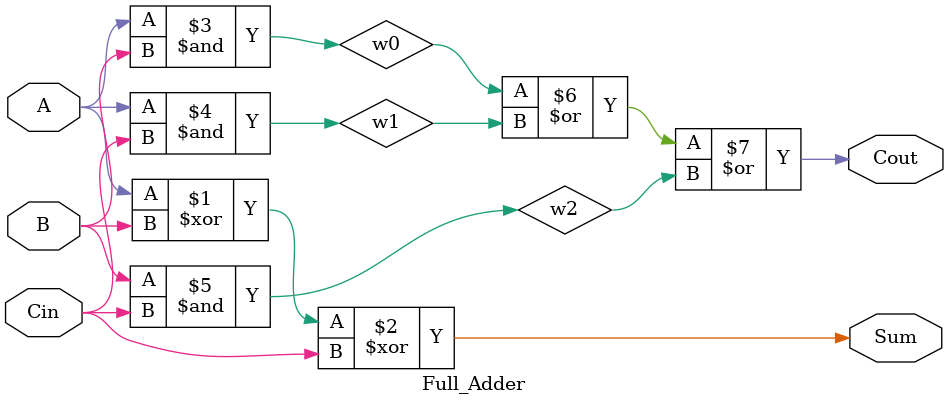
<source format=v>
`timescale 1ns / 1ps


module Full_Adder(A,B,Cin,Sum,Cout);
    input A,B,Cin;
    output Sum,Cout;
    
    wire w0,w1,w2; 

    //assign Sum=A^B^Cin;
    //assign Cout= (A&&B)||(A&&Cin)||(B&&Cin);
    
    xor(Sum,A,B,Cin);
    and(w0,A,B);
    and(w1,A,Cin);
    and(w2,B,Cin);
    or(Cout,w0,w1,w2);

endmodule

</source>
